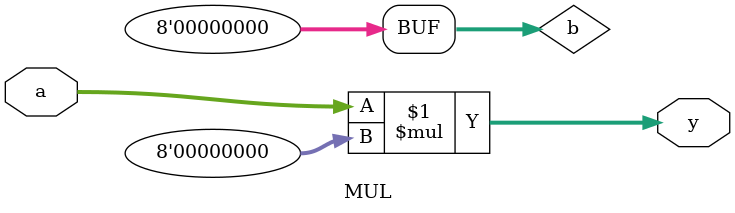
<source format=v>
module MUL (
  input wire signed [7:0] a,
  output wire signed [16:0] y
);
  parameter WEIGHT = 0;  // parameters require a default value in verilog
  wire signed [7:0] b = WEIGHT;
  
  assign y = a * b;
endmodule
</source>
